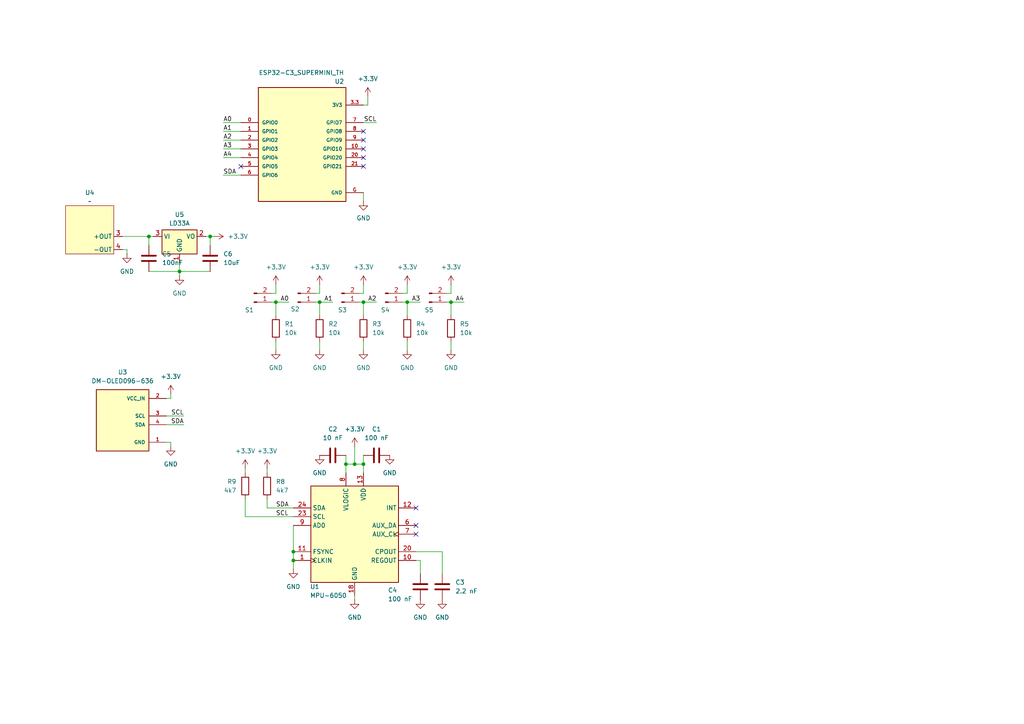
<source format=kicad_sch>
(kicad_sch (version 20250114) (generator "eeschema") (generator_version "9.0")
  (paper "A4")
  (lib_symbols
    (symbol "Connector:Conn_01x02_Pin" (pin_names (offset 1.016) (hide yes))
      (property "Reference" "J" (at 0 2.54 0))
      (property "Value" "Conn_01x02_Pin" (at 0 -5.08 0))
      (symbol "Conn_01x02_Pin_1_1"
        (rectangle (start 0.8636 0.127) (end 0 -0.127) (stroke (width 0.1524)) (fill (type outline)))
        (rectangle (start 0.8636 -2.413) (end 0 -2.667) (stroke (width 0.1524)) (fill (type outline)))
        (polyline (pts (xy 1.27 0) (xy 0.8636 0)) (stroke (width 0.1524)))
        (polyline (pts (xy 1.27 -2.54) (xy 0.8636 -2.54)) (stroke (width 0.1524)))
        (pin passive line (at 5.08 0 180) (length 3.81) (name "Pin_1") (number "1"))
        (pin passive line (at 5.08 -2.54 180) (length 3.81) (name "Pin_2") (number "2"))
      )
    )
    (symbol "DM-OLED096-636:DM-OLED096-636" (pin_names (offset 1.016))
      (property "Reference" "U" (at -7.62 10.922 0))
      (property "Value" "DM-OLED096-636" (at -7.62 -10.16 0))
      (symbol "DM-OLED096-636_0_0"
        (rectangle (start -7.62 -7.62) (end 7.62 10.16) (stroke (width 0.254)) (fill (type background)))
        (pin power_in line (at 12.7 7.62 180) (length 5.08) (name "VCC_IN") (number "2"))
        (pin bidirectional line (at 12.7 0 180) (length 5.08) (name "SDA") (number "4"))
        (pin power_in line (at 12.7 -5.08 180) (length 5.08) (name "GND") (number "1"))
      )
      (symbol "DM-OLED096-636_1_0"
        (pin input line (at 12.7 2.54 180) (length 5.08) (name "SCL") (number "3"))
      )
    )
    (symbol "Device:C" (pin_numbers (hide yes)) (pin_names (offset 0.254))
      (property "Reference" "C" (at 0.635 2.54 0))
      (property "Value" "C" (at 0.635 -2.54 0))
      (symbol "C_0_1"
        (polyline (pts (xy -2.032 0.762) (xy 2.032 0.762)) (stroke (width 0.508)))
        (polyline (pts (xy -2.032 -0.762) (xy 2.032 -0.762)) (stroke (width 0.508)))
      )
      (symbol "C_1_1"
        (pin passive line (at 0 3.81 270) (length 2.794) (name "~") (number "1"))
        (pin passive line (at 0 -3.81 90) (length 2.794) (name "~") (number "2"))
      )
    )
    (symbol "Device:R" (pin_numbers (hide yes)) (pin_names (offset 0))
      (property "Reference" "R" (at 2.032 0 90))
      (property "Value" "R" (at 0 0 90))
      (symbol "R_0_1"
        (rectangle (start -1.016 -2.54) (end 1.016 2.54) (stroke (width 0.254)))
      )
      (symbol "R_1_1"
        (pin passive line (at 0 3.81 270) (length 1.27) (name "~") (number "1"))
        (pin passive line (at 0 -3.81 90) (length 1.27) (name "~") (number "2"))
      )
    )
    (symbol "ESP32-C3_SUPERMINI_TH:ESP32-C3_SUPERMINI_TH" (pin_names (offset 1.016))
      (property "Reference" "U2" (at -1.2701 16.51 90))
      (property "Value" "ESP32-C3_SUPERMINI_TH" (at 1.2699 16.51 90))
      (symbol "ESP32-C3_SUPERMINI_TH_0_0"
        (rectangle (start -12.7 -17.78) (end 12.7 15.24) (stroke (width 0.254)) (fill (type background)))
        (pin bidirectional line (at -17.78 5.08 0) (length 5.08) (name "GPIO0") (number "0"))
        (pin bidirectional line (at -17.78 2.54 0) (length 5.08) (name "GPIO1") (number "1"))
        (pin bidirectional line (at -17.78 0 0) (length 5.08) (name "GPIO2") (number "2"))
        (pin bidirectional line (at -17.78 -2.54 0) (length 5.08) (name "GPIO3") (number "3"))
        (pin bidirectional line (at -17.78 -5.08 0) (length 5.08) (name "GPIO4") (number "4"))
        (pin bidirectional line (at -17.78 -7.62 0) (length 5.08) (name "GPIO5") (number "5"))
        (pin bidirectional line (at -17.78 -10.16 0) (length 5.08) (name "GPIO6") (number "6"))
        (pin power_in line (at 17.78 10.16 180) (length 5.08) (name "3V3") (number "3.3"))
        (pin bidirectional line (at 17.78 5.08 180) (length 5.08) (name "GPIO7") (number "7"))
        (pin bidirectional line (at 17.78 2.54 180) (length 5.08) (name "GPIO8") (number "8"))
        (pin bidirectional line (at 17.78 0 180) (length 5.08) (name "GPIO9") (number "9"))
        (pin bidirectional line (at 17.78 -2.54 180) (length 5.08) (name "GPIO10") (number "10"))
        (pin bidirectional line (at 17.78 -5.08 180) (length 5.08) (name "GPIO20") (number "20"))
        (pin bidirectional line (at 17.78 -7.62 180) (length 5.08) (name "GPIO21") (number "21"))
        (pin power_in line (at 17.78 -15.24 180) (length 5.08) (name "GND") (number "G"))
      )
    )
    (symbol "Regulator_Linear:LD1117S12TR_SOT223"
      (property "Reference" "U" (at -3.81 3.175 0))
      (property "Value" "LD1117S12TR_SOT223" (at 0 3.175 0))
      (symbol "LD1117S12TR_SOT223_0_1"
        (rectangle (start -5.08 -5.08) (end 5.08 1.905) (stroke (width 0.254)) (fill (type background)))
      )
      (symbol "LD1117S12TR_SOT223_1_1"
        (pin power_in line (at -7.62 0 0) (length 2.54) (name "VI") (number "3"))
        (pin power_in line (at 0 -7.62 90) (length 2.54) (name "GND") (number "1"))
        (pin power_out line (at 7.62 0 180) (length 2.54) (name "VO") (number "2"))
      )
    )
    (symbol "Sensor_Motion:MPU-6050"
      (property "Reference" "U" (at -11.43 13.97 0))
      (property "Value" "MPU-6050" (at 7.62 -15.24 0))
      (symbol "MPU-6050_0_0"
        (text "" (at 12.7 -2.54 0) (effects (font (size 1.27 1.27))))
      )
      (symbol "MPU-6050_0_1"
        (rectangle (start -12.7 13.97) (end 12.7 -13.97) (stroke (width 0.254)) (fill (type background)))
      )
      (symbol "MPU-6050_1_1"
        (pin bidirectional line (at -17.78 7.62 0) (length 5.08) (name "SDA") (number "24"))
        (pin input line (at -17.78 5.08 0) (length 5.08) (name "SCL") (number "23"))
        (pin input line (at -17.78 2.54 0) (length 5.08) (name "AD0") (number "9"))
        (pin input line (at -17.78 -5.08 0) (length 5.08) (name "FSYNC") (number "11"))
        (pin input clock (at -17.78 -7.62 0) (length 5.08) (name "CLKIN") (number "1"))
        (pin no_connect line (at -12.7 12.7 0) (length 2.54) (hide yes) (name "NC") (number "2"))
        (pin no_connect line (at -12.7 10.16 0) (length 2.54) (hide yes) (name "NC") (number "3"))
        (pin no_connect line (at -12.7 0 0) (length 2.54) (hide yes) (name "NC") (number "4"))
        (pin no_connect line (at -12.7 -2.54 0) (length 2.54) (hide yes) (name "NC") (number "5"))
        (pin no_connect line (at -12.7 -10.16 0) (length 2.54) (hide yes) (name "NC") (number "14"))
        (pin power_in line (at -2.54 17.78 270) (length 3.81) (name "VLOGIC") (number "8"))
        (pin power_in line (at 0 -17.78 90) (length 3.81) (name "GND") (number "18"))
        (pin power_in line (at 2.54 17.78 270) (length 3.81) (name "VDD") (number "13"))
        (pin no_connect line (at 12.7 12.7 180) (length 2.54) (hide yes) (name "NC") (number "15"))
        (pin no_connect line (at 12.7 10.16 180) (length 2.54) (hide yes) (name "NC") (number "16"))
        (pin no_connect line (at 12.7 5.08 180) (length 2.54) (hide yes) (name "NC") (number "17"))
        (pin no_connect line (at 12.7 -2.54 180) (length 2.54) (hide yes) (name "RESV") (number "21"))
        (pin no_connect line (at 12.7 -10.16 180) (length 2.54) (hide yes) (name "RESV") (number "19"))
        (pin no_connect line (at 12.7 -12.7 180) (length 2.54) (hide yes) (name "RESV") (number "22"))
        (pin output line (at 17.78 7.62 180) (length 5.08) (name "INT") (number "12"))
        (pin bidirectional line (at 17.78 2.54 180) (length 5.08) (name "AUX_DA") (number "6"))
        (pin output clock (at 17.78 0 180) (length 5.08) (name "AUX_CL") (number "7"))
        (pin passive line (at 17.78 -5.08 180) (length 5.08) (name "CPOUT") (number "20"))
        (pin passive line (at 17.78 -7.62 180) (length 5.08) (name "REGOUT") (number "10"))
      )
    )
    (symbol "SimbolosKiCad_sym:TP4056"
      (property "Reference" "U" (at 2.032 -4.826 0))
      (symbol "TP4056_1_1"
        (rectangle (start -5.08 2.54) (end 8.89 -11.43) (fill (type color) (color 255 255 194 1)))
        (pin power_out line (at -7.62 -6.35 0) (length 2.54) (name "+OUT") (number "3"))
        (pin power_out line (at -7.62 -10.16 0) (length 2.54) (name "-OUT") (number "4"))
      )
    )
    (symbol "power:+3.3V" (power) (pin_numbers (hide yes)) (pin_names (offset 0) (hide yes))
      (property "Value" "+3.3V" (at 0 3.556 0))
      (symbol "+3.3V_0_1"
        (polyline (pts (xy -0.762 1.27) (xy 0 2.54)))
        (polyline (pts (xy 0 2.54) (xy 0.762 1.27)))
        (polyline (pts (xy 0 0) (xy 0 2.54)))
      )
      (symbol "+3.3V_1_1"
        (pin power_in line (at 0 0 90) (length 0) (name "~") (number "1"))
      )
    )
    (symbol "power:GND" (power) (pin_numbers (hide yes)) (pin_names (offset 0) (hide yes))
      (property "Value" "GND" (at 0 -3.81 0))
      (symbol "GND_0_1"
        (polyline (pts (xy 0 0) (xy 0 -1.27) (xy 1.27 -1.27) (xy 0 -2.54) (xy -1.27 -1.27) (xy 0 -1.27)))
      )
      (symbol "GND_1_1"
        (pin power_in line (at 0 0 270) (length 0) (name "~") (number "1"))
      )
    )
  )
  (junction (at 85.09 160.02))
  (junction (at 52.07 78.74))
  (junction (at 80.01 87.63))
  (junction (at 118.11 87.63))
  (junction (at 60.96 68.58))
  (junction (at 85.09 162.56))
  (junction (at 100.33 134.62))
  (junction (at 105.41 87.63))
  (junction (at 102.87 134.62))
  (junction (at 92.71 87.63))
  (junction (at 43.18 68.58))
  (junction (at 105.41 134.62))
  (junction (at 130.81 87.63))
  (no_connect (at 105.41 48.26))
  (no_connect (at 105.41 43.18))
  (no_connect (at 120.65 147.32))
  (no_connect (at 120.65 154.94))
  (no_connect (at 105.41 45.72))
  (no_connect (at 105.41 40.64))
  (no_connect (at 120.65 152.4))
  (no_connect (at 105.41 38.1))
  (no_connect (at 69.85 48.26))
  (wire (pts (xy 102.87 134.62) (xy 105.41 134.62)))
  (wire (pts (xy 71.12 135.89) (xy 71.12 137.16)))
  (wire (pts (xy 77.47 147.32) (xy 85.09 147.32)))
  (wire (pts (xy 102.87 129.54) (xy 102.87 134.62)))
  (wire (pts (xy 85.09 160.02) (xy 85.09 162.56)))
  (wire (pts (xy 120.65 160.02) (xy 128.27 160.02)))
  (wire (pts (xy 44.45 68.58) (xy 43.18 68.58)))
  (wire (pts (xy 118.11 87.63) (xy 116.84 87.63)))
  (wire (pts (xy 105.41 87.63) (xy 105.41 91.44)))
  (wire (pts (xy 105.41 58.42) (xy 105.41 55.88)))
  (wire (pts (xy 43.18 68.58) (xy 43.18 71.12)))
  (wire (pts (xy 77.47 144.78) (xy 77.47 147.32)))
  (wire (pts (xy 118.11 85.09) (xy 118.11 82.55)))
  (wire (pts (xy 121.92 162.56) (xy 121.92 166.37)))
  (wire (pts (xy 52.07 76.2) (xy 52.07 78.74)))
  (wire (pts (xy 91.44 87.63) (xy 92.71 87.63)))
  (wire (pts (xy 130.81 87.63) (xy 130.81 91.44)))
  (wire (pts (xy 64.77 50.8) (xy 69.85 50.8)))
  (wire (pts (xy 62.23 68.58) (xy 60.96 68.58)))
  (wire (pts (xy 80.01 87.63) (xy 83.82 87.63)))
  (wire (pts (xy 64.77 43.18) (xy 69.85 43.18)))
  (wire (pts (xy 64.77 45.72) (xy 69.85 45.72)))
  (wire (pts (xy 64.77 35.56) (xy 69.85 35.56)))
  (wire (pts (xy 49.53 114.3) (xy 49.53 115.57)))
  (wire (pts (xy 130.81 87.63) (xy 134.62 87.63)))
  (wire (pts (xy 64.77 40.64) (xy 69.85 40.64)))
  (wire (pts (xy 120.65 162.56) (xy 121.92 162.56)))
  (wire (pts (xy 64.77 38.1) (xy 69.85 38.1)))
  (wire (pts (xy 118.11 99.06) (xy 118.11 101.6)))
  (wire (pts (xy 92.71 87.63) (xy 92.71 91.44)))
  (wire (pts (xy 105.41 134.62) (xy 105.41 137.16)))
  (wire (pts (xy 35.56 68.58) (xy 43.18 68.58)))
  (wire (pts (xy 52.07 78.74) (xy 60.96 78.74)))
  (wire (pts (xy 60.96 68.58) (xy 60.96 71.12)))
  (wire (pts (xy 52.07 78.74) (xy 52.07 80.01)))
  (wire (pts (xy 129.54 87.63) (xy 130.81 87.63)))
  (wire (pts (xy 71.12 149.86) (xy 85.09 149.86)))
  (wire (pts (xy 105.41 85.09) (xy 105.41 82.55)))
  (wire (pts (xy 105.41 35.56) (xy 109.22 35.56)))
  (wire (pts (xy 48.26 128.27) (xy 49.53 128.27)))
  (wire (pts (xy 80.01 85.09) (xy 78.74 85.09)))
  (wire (pts (xy 49.53 128.27) (xy 49.53 129.54)))
  (wire (pts (xy 100.33 134.62) (xy 102.87 134.62)))
  (wire (pts (xy 105.41 30.48) (xy 106.68 30.48)))
  (wire (pts (xy 118.11 91.44) (xy 118.11 87.63)))
  (wire (pts (xy 91.44 85.09) (xy 92.71 85.09)))
  (wire (pts (xy 80.01 82.55) (xy 80.01 85.09)))
  (wire (pts (xy 116.84 85.09) (xy 118.11 85.09)))
  (wire (pts (xy 128.27 166.37) (xy 128.27 160.02)))
  (wire (pts (xy 106.68 27.94) (xy 106.68 30.48)))
  (wire (pts (xy 92.71 99.06) (xy 92.71 101.6)))
  (wire (pts (xy 71.12 144.78) (xy 71.12 149.86)))
  (wire (pts (xy 104.14 87.63) (xy 105.41 87.63)))
  (wire (pts (xy 104.14 85.09) (xy 105.41 85.09)))
  (wire (pts (xy 85.09 152.4) (xy 85.09 160.02)))
  (wire (pts (xy 92.71 87.63) (xy 96.52 87.63)))
  (wire (pts (xy 49.53 115.57) (xy 48.26 115.57)))
  (wire (pts (xy 36.83 73.66) (xy 36.83 72.39)))
  (wire (pts (xy 105.41 99.06) (xy 105.41 101.6)))
  (wire (pts (xy 130.81 85.09) (xy 130.81 82.55)))
  (wire (pts (xy 102.87 172.72) (xy 102.87 173.99)))
  (wire (pts (xy 43.18 78.74) (xy 52.07 78.74)))
  (wire (pts (xy 100.33 134.62) (xy 100.33 137.16)))
  (wire (pts (xy 105.41 132.08) (xy 105.41 134.62)))
  (wire (pts (xy 92.71 85.09) (xy 92.71 82.55)))
  (wire (pts (xy 129.54 85.09) (xy 130.81 85.09)))
  (wire (pts (xy 80.01 99.06) (xy 80.01 101.6)))
  (wire (pts (xy 48.26 123.19) (xy 53.34 123.19)))
  (wire (pts (xy 48.26 120.65) (xy 53.34 120.65)))
  (wire (pts (xy 100.33 132.08) (xy 100.33 134.62)))
  (wire (pts (xy 60.96 68.58) (xy 59.69 68.58)))
  (wire (pts (xy 80.01 87.63) (xy 80.01 91.44)))
  (wire (pts (xy 130.81 99.06) (xy 130.81 101.6)))
  (wire (pts (xy 105.41 87.63) (xy 109.22 87.63)))
  (wire (pts (xy 118.11 87.63) (xy 121.92 87.63)))
  (wire (pts (xy 85.09 165.1) (xy 85.09 162.56)))
  (wire (pts (xy 77.47 135.89) (xy 77.47 137.16)))
  (wire (pts (xy 78.74 87.63) (xy 80.01 87.63)))
  (wire (pts (xy 36.83 72.39) (xy 35.56 72.39)))
  (label "A2" (at 109.22 87.63 180))
  (label "SCL" (at 109.22 35.56 180))
  (label "SCL" (at 80.01 149.86 0))
  (label "A3" (at 121.92 87.63 180))
  (label "A3" (at 64.77 43.18 0))
  (label "SDA" (at 80.01 147.32 0))
  (label "SDA" (at 64.77 50.8 0))
  (label "A1" (at 96.52 87.63 180))
  (label "A0" (at 83.82 87.63 180))
  (label "A4" (at 134.62 87.63 180))
  (label "A0" (at 64.77 35.56 0))
  (label "A1" (at 64.77 38.1 0))
  (label "SDA" (at 53.34 123.19 180))
  (label "A4" (at 64.77 45.72 0))
  (label "A2" (at 64.77 40.64 0))
  (label "SCL" (at 53.34 120.65 180))
  (symbol (lib_id "Device:C") (at 128.27 170.18 0) (unit 1)
    (property "Reference" "C3" (at 132.08 168.9099 0) (effects (justify left)))
    (property "Value" "2.2 nF" (at 132.08 171.4499 0) (effects (justify left)))
    (property "Footprint" "Capacitor_SMD:C_0805_2012Metric" (effects (hide yes)))
    (property "Description" "Unpolarized capacitor" (effects (hide yes)))
  )
  (symbol (lib_id "power:GND") (at 102.87 173.99 0) (unit 1)
    (property "Reference" "#PWR05" (effects (hide yes)))
    (property "Value" "GND" (at 102.87 179.07 0))
    (property "Description" "Power symbol creates a global label with name \"GND\" , ground" (effects (hide yes)))
  )
  (symbol (lib_id "Device:R") (at 130.81 95.25 0) (unit 1)
    (property "Reference" "R5" (at 133.35 93.9799 0) (effects (justify left)))
    (property "Value" "10k" (at 133.35 96.5199 0) (effects (justify left)))
    (property "Footprint" "Resistor_SMD:R_0805_2012Metric" (effects (hide yes)))
    (property "Description" "Resistor" (effects (hide yes)))
  )
  (symbol (lib_id "power:GND") (at 105.41 101.6 0) (unit 1)
    (property "Reference" "#PWR024" (effects (hide yes)))
    (property "Value" "GND" (at 105.41 106.68 0))
    (property "Description" "Power symbol creates a global label with name \"GND\" , ground" (effects (hide yes)))
  )
  (symbol (lib_id "power:GND") (at 121.92 173.99 0) (unit 1)
    (property "Reference" "#PWR010" (effects (hide yes)))
    (property "Value" "GND" (at 121.92 179.07 0))
    (property "Description" "Power symbol creates a global label with name \"GND\" , ground" (effects (hide yes)))
  )
  (symbol (lib_id "Device:R") (at 92.71 95.25 0) (unit 1)
    (property "Reference" "R2" (at 95.25 93.9799 0) (effects (justify left)))
    (property "Value" "10k" (at 95.25 96.5199 0) (effects (justify left)))
    (property "Footprint" "Resistor_SMD:R_0805_2012Metric" (effects (hide yes)))
    (property "Description" "Resistor" (effects (hide yes)))
  )
  (symbol (lib_id "Device:R") (at 105.41 95.25 0) (unit 1)
    (property "Reference" "R3" (at 107.95 93.9799 0) (effects (justify left)))
    (property "Value" "10k" (at 107.95 96.5199 0) (effects (justify left)))
    (property "Footprint" "Resistor_SMD:R_0805_2012Metric" (effects (hide yes)))
    (property "Description" "Resistor" (effects (hide yes)))
  )
  (symbol (lib_id "power:+3.3V") (at 102.87 129.54 0) (unit 1)
    (property "Reference" "#PWR014" (effects (hide yes)))
    (property "Value" "+3.3V" (at 102.87 124.46 0))
    (property "Description" "Power symbol creates a global label with name \"+3.3V\"" (effects (hide yes)))
  )
  (symbol (lib_id "Device:R") (at 71.12 140.97 0) (mirror x) (unit 1)
    (property "Reference" "R9" (at 68.58 139.6999 0) (effects (justify right)))
    (property "Value" "4k7" (at 68.58 142.2399 0) (effects (justify right)))
    (property "Footprint" "Resistor_SMD:R_0805_2012Metric" (effects (hide yes)))
    (property "Description" "Resistor" (effects (hide yes)))
  )
  (symbol (lib_id "power:GND") (at 92.71 132.08 0) (unit 1)
    (property "Reference" "#PWR06" (effects (hide yes)))
    (property "Value" "GND" (at 92.71 137.16 0))
    (property "Description" "Power symbol creates a global label with name \"GND\" , ground" (effects (hide yes)))
  )
  (symbol (lib_id "power:GND") (at 92.71 101.6 0) (unit 1)
    (property "Reference" "#PWR023" (effects (hide yes)))
    (property "Value" "GND" (at 92.71 106.68 0))
    (property "Description" "Power symbol creates a global label with name \"GND\" , ground" (effects (hide yes)))
  )
  (symbol (lib_id "Device:C") (at 121.92 170.18 0) (unit 1)
    (property "Reference" "C4" (at 112.522 171.196 0) (effects (justify left)))
    (property "Value" "100 nF" (at 112.522 173.736 0) (effects (justify left)))
    (property "Footprint" "Capacitor_SMD:C_0805_2012Metric" (effects (hide yes)))
    (property "Description" "Unpolarized capacitor" (effects (hide yes)))
  )
  (symbol (lib_id "Device:R") (at 118.11 95.25 0) (unit 1)
    (property "Reference" "R4" (at 120.65 93.9799 0) (effects (justify left)))
    (property "Value" "10k" (at 120.65 96.5199 0) (effects (justify left)))
    (property "Footprint" "Resistor_SMD:R_0805_2012Metric" (effects (hide yes)))
    (property "Description" "Resistor" (effects (hide yes)))
  )
  (symbol (lib_id "Connector:Conn_01x02_Pin") (at 124.46 87.63 0) (mirror x) (unit 1)
    (property "Reference" "S5" (at 124.46 89.916 0))
    (property "Value" "SF 5" (effects (hide yes)))
    (property "Footprint" "Connector_PinHeader_2.54mm:PinHeader_1x02_P2.54mm_Vertical" (effects (hide yes)))
    (property "Description" "Generic connector, single row, 01x02, script generated" (effects (hide yes)))
  )
  (symbol (lib_id "power:GND") (at 36.83 73.66 0) (mirror y) (unit 1)
    (property "Reference" "#PWR011" (effects (hide yes)))
    (property "Value" "GND" (at 36.83 78.74 0))
    (property "Description" "Power symbol creates a global label with name \"GND\" , ground" (effects (hide yes)))
  )
  (symbol (lib_id "DM-OLED096-636:DM-OLED096-636") (at 35.56 123.19 0) (unit 1)
    (property "Reference" "U3" (at 35.56 107.95 0))
    (property "Value" "DM-OLED096-636" (at 35.56 110.49 0))
    (property "Footprint" "Connector_PinHeader_2.54mm:PinHeader_1x04_P2.54mm_Vertical" (effects (hide yes)))
    (property "MF" "Display Module" (effects (hide yes)))
    (property "MAXIMUM_PACKAGE_HEIGHT" "11.3 mm" (effects (hide yes)))
    (property "Package" "Package" (effects (hide yes)))
    (property "Price" "None" (effects (hide yes)))
    (property "Check_prices" "https://www.snapeda.com/parts/DM-OLED096-636/Display+Module/view-part/?ref=eda" (effects (hide yes)))
    (property "STANDARD" "Manufacturer Recommendations" (effects (hide yes)))
    (property "PARTREV" "2018-09-10" (effects (hide yes)))
    (property "SnapEDA_Link" "https://www.snapeda.com/parts/DM-OLED096-636/Display+Module/view-part/?ref=snap" (effects (hide yes)))
    (property "MP" "DM-OLED096-636" (effects (hide yes)))
    (property "Description_1" "0.96” 128 X 64 MONOCHROME GRAPHIC OLED DISPLAY MODULE - I2C" (effects (hide yes)))
    (property "Availability" "Not in stock" (effects (hide yes)))
    (property "MANUFACTURER" "Displaymodule" (effects (hide yes)))
  )
  (symbol (lib_id "power:GND") (at 52.07 80.01 0) (mirror y) (unit 1)
    (property "Reference" "#PWR017" (effects (hide yes)))
    (property "Value" "GND" (at 52.07 85.09 0))
    (property "Description" "Power symbol creates a global label with name \"GND\" , ground" (effects (hide yes)))
  )
  (symbol (lib_id "power:+3.3V") (at 80.01 82.55 0) (unit 1)
    (property "Reference" "#PWR04" (effects (hide yes)))
    (property "Value" "+3.3V" (at 80.01 77.47 0))
    (property "Description" "Power symbol creates a global label with name \"+3.3V\"" (effects (hide yes)))
  )
  (symbol (lib_id "power:GND") (at 49.53 129.54 0) (unit 1)
    (property "Reference" "#PWR08" (effects (hide yes)))
    (property "Value" "GND" (at 49.53 134.62 0))
    (property "Description" "Power symbol creates a global label with name \"GND\" , ground" (effects (hide yes)))
  )
  (symbol (lib_id "Connector:Conn_01x02_Pin") (at 73.66 87.63 0) (mirror x) (unit 1)
    (property "Reference" "S1" (at 73.66 89.916 0) (effects (justify right)))
    (property "Value" "SF 1" (effects (hide yes)))
    (property "Footprint" "Connector_PinHeader_2.54mm:PinHeader_1x02_P2.54mm_Vertical" (effects (hide yes)))
    (property "Description" "Generic connector, single row, 01x02, script generated" (effects (hide yes)))
  )
  (symbol (lib_id "ESP32-C3_SUPERMINI_TH:ESP32-C3_SUPERMINI_TH") (at 87.63 40.64 0) (unit 1)
    (property "Reference" "U2" (at 99.822 23.622 0) (effects (justify right)))
    (property "Value" "ESP32-C3_SUPERMINI_TH" (at 99.822 21.082 0) (effects (justify right)))
    (property "Footprint" "esp32-huella:MODULE_ESP32-C3_SUPERMINI_TH" (effects (hide yes)))
    (property "MF" "Espressif Systems" (effects (hide yes)))
    (property "Description_1" "\\n                        \\n                            Super tiny ESP32-C3 board\\n                        \\n" (effects (hide yes)))
    (property "CREATOR" "DIZAR" (effects (hide yes)))
    (property "Price" "None" (effects (hide yes)))
    (property "Package" "Package" (effects (hide yes)))
    (property "Check_prices" "https://www.snapeda.com/parts/ESP32-C3%20SuperMini_TH/Espressif+Systems/view-part/?ref=eda" (effects (hide yes)))
    (property "STANDARD" "IPC-7351B" (effects (hide yes)))
    (property "SnapEDA_Link" "https://www.snapeda.com/parts/ESP32-C3%20SuperMini_TH/Espressif+Systems/view-part/?ref=snap" (effects (hide yes)))
    (property "MP" "ESP32-C3 SuperMini_TH" (effects (hide yes)))
    (property "Availability" "Not in stock" (effects (hide yes)))
    (property "MANUFACTURER" "Espressif Systems" (effects (hide yes)))
  )
  (symbol (lib_id "power:+3.3V") (at 62.23 68.58 270) (unit 1)
    (property "Reference" "#PWR018" (effects (hide yes)))
    (property "Value" "+3.3V" (at 66.04 68.5799 90) (effects (justify left)))
    (property "Description" "Power symbol creates a global label with name \"+3.3V\"" (effects (hide yes)))
  )
  (symbol (lib_id "Regulator_Linear:LD1117S12TR_SOT223") (at 52.07 68.58 0) (unit 1)
    (property "Reference" "U5" (at 52.07 62.23 0))
    (property "Value" "LD33A" (at 52.07 64.77 0))
    (property "Footprint" "Package_TO_SOT_SMD:SOT-223-3_TabPin2" (effects (hide yes)))
    (property "Datasheet" "http://www.st.com/st-web-ui/static/active/en/resource/technical/document/datasheet/CD00000544.pdf" (effects (hide yes)))
    (property "Description" "800mA Fixed Low Drop Positive Voltage Regulator, Fixed Output 1.2V, SOT-223" (effects (hide yes)))
  )
  (symbol (lib_id "power:GND") (at 80.01 101.6 0) (unit 1)
    (property "Reference" "#PWR012" (effects (hide yes)))
    (property "Value" "GND" (at 80.01 106.68 0))
    (property "Description" "Power symbol creates a global label with name \"GND\" , ground" (effects (hide yes)))
  )
  (symbol (lib_id "power:GND") (at 128.27 173.99 0) (unit 1)
    (property "Reference" "#PWR02" (effects (hide yes)))
    (property "Value" "GND" (at 128.27 179.07 0))
    (property "Description" "Power symbol creates a global label with name \"GND\" , ground" (effects (hide yes)))
  )
  (symbol (lib_id "Connector:Conn_01x02_Pin") (at 86.36 87.63 0) (mirror x) (unit 1)
    (property "Reference" "S2" (at 85.598 89.662 0))
    (property "Value" "SF 2" (effects (hide yes)))
    (property "Footprint" "Connector_PinHeader_2.54mm:PinHeader_1x02_P2.54mm_Vertical" (effects (hide yes)))
    (property "Description" "Generic connector, single row, 01x02, script generated" (effects (hide yes)))
  )
  (symbol (lib_id "power:+3.3V") (at 106.68 27.94 0) (unit 1)
    (property "Reference" "#PWR01" (effects (hide yes)))
    (property "Value" "+3.3V" (at 106.68 22.86 0))
    (property "Description" "Power symbol creates a global label with name \"+3.3V\"" (effects (hide yes)))
  )
  (symbol (lib_id "SimbolosKiCad_sym:TP4056") (at 27.94 62.23 0) (mirror y) (unit 1)
    (property "Reference" "U4" (at 26.035 55.88 0))
    (property "Value" "~" (at 26.035 58.42 0))
    (property "Footprint" "Footprint KiCad:TP4056_NEW" (effects (hide yes)))
  )
  (symbol (lib_id "power:GND") (at 85.09 165.1 0) (unit 1)
    (property "Reference" "#PWR013" (effects (hide yes)))
    (property "Value" "GND" (at 85.09 170.18 0))
    (property "Description" "Power symbol creates a global label with name \"GND\" , ground" (effects (hide yes)))
  )
  (symbol (lib_id "Device:C") (at 60.96 74.93 0) (unit 1)
    (property "Reference" "C6" (at 64.77 73.6599 0) (effects (justify left)))
    (property "Value" "10uF" (at 64.77 76.1999 0) (effects (justify left)))
    (property "Footprint" "Capacitor_SMD:C_0805_2012Metric" (effects (hide yes)))
    (property "Description" "Unpolarized capacitor" (effects (hide yes)))
  )
  (symbol (lib_id "power:+3.3V") (at 49.53 114.3 0) (unit 1)
    (property "Reference" "#PWR019" (effects (hide yes)))
    (property "Value" "+3.3V" (at 49.53 109.22 0))
    (property "Description" "Power symbol creates a global label with name \"+3.3V\"" (effects (hide yes)))
  )
  (symbol (lib_id "Device:C") (at 109.22 132.08 90) (unit 1)
    (property "Reference" "C1" (at 109.22 124.46 90))
    (property "Value" "100 nF" (at 109.22 127 90))
    (property "Footprint" "Capacitor_SMD:C_0805_2012Metric" (effects (hide yes)))
    (property "Description" "Unpolarized capacitor" (effects (hide yes)))
  )
  (symbol (lib_id "power:+3.3V") (at 118.11 82.55 0) (unit 1)
    (property "Reference" "#PWR021" (effects (hide yes)))
    (property "Value" "+3.3V" (at 118.11 77.47 0))
    (property "Description" "Power symbol creates a global label with name \"+3.3V\"" (effects (hide yes)))
  )
  (symbol (lib_id "Device:R") (at 77.47 140.97 180) (unit 1)
    (property "Reference" "R8" (at 80.01 139.6999 0) (effects (justify right)))
    (property "Value" "4k7" (at 80.01 142.2399 0) (effects (justify right)))
    (property "Footprint" "Resistor_SMD:R_0805_2012Metric" (effects (hide yes)))
    (property "Description" "Resistor" (effects (hide yes)))
  )
  (symbol (lib_id "Connector:Conn_01x02_Pin") (at 99.06 87.63 0) (mirror x) (unit 1)
    (property "Reference" "S3" (at 99.314 89.916 0))
    (property "Value" "SF 3" (effects (hide yes)))
    (property "Footprint" "Connector_PinHeader_2.54mm:PinHeader_1x02_P2.54mm_Vertical" (effects (hide yes)))
    (property "Description" "Generic connector, single row, 01x02, script generated" (effects (hide yes)))
  )
  (symbol (lib_id "power:+3.3V") (at 71.12 135.89 0) (unit 1)
    (property "Reference" "#PWR015" (effects (hide yes)))
    (property "Value" "+3.3V" (at 71.12 130.81 0))
    (property "Description" "Power symbol creates a global label with name \"+3.3V\"" (effects (hide yes)))
  )
  (symbol (lib_id "power:GND") (at 113.03 132.08 0) (unit 1)
    (property "Reference" "#PWR07" (effects (hide yes)))
    (property "Value" "GND" (at 113.03 137.16 0))
    (property "Description" "Power symbol creates a global label with name \"GND\" , ground" (effects (hide yes)))
  )
  (symbol (lib_id "power:+3.3V") (at 105.41 82.55 0) (unit 1)
    (property "Reference" "#PWR020" (effects (hide yes)))
    (property "Value" "+3.3V" (at 105.41 77.47 0))
    (property "Description" "Power symbol creates a global label with name \"+3.3V\"" (effects (hide yes)))
  )
  (symbol (lib_id "power:GND") (at 118.11 101.6 0) (unit 1)
    (property "Reference" "#PWR025" (effects (hide yes)))
    (property "Value" "GND" (at 118.11 106.68 0))
    (property "Description" "Power symbol creates a global label with name \"GND\" , ground" (effects (hide yes)))
  )
  (symbol (lib_id "power:GND") (at 105.41 58.42 0) (unit 1)
    (property "Reference" "#PWR03" (effects (hide yes)))
    (property "Value" "GND" (at 103.378 63.246 0) (effects (justify left)))
    (property "Description" "Power symbol creates a global label with name \"GND\" , ground" (effects (hide yes)))
  )
  (symbol (lib_id "Connector:Conn_01x02_Pin") (at 111.76 87.63 0) (mirror x) (unit 1)
    (property "Reference" "S4" (at 111.76 89.916 0))
    (property "Value" "SF 4" (effects (hide yes)))
    (property "Footprint" "Connector_PinHeader_2.54mm:PinHeader_1x02_P2.54mm_Vertical" (effects (hide yes)))
    (property "Description" "Generic connector, single row, 01x02, script generated" (effects (hide yes)))
  )
  (symbol (lib_id "Device:C") (at 43.18 74.93 0) (unit 1)
    (property "Reference" "C5" (at 46.99 73.6599 0) (effects (justify left)))
    (property "Value" "100nF" (at 46.99 76.1999 0) (effects (justify left)))
    (property "Footprint" "Capacitor_SMD:C_0805_2012Metric" (effects (hide yes)))
    (property "Description" "Unpolarized capacitor" (effects (hide yes)))
  )
  (symbol (lib_id "power:+3.3V") (at 77.47 135.89 0) (unit 1)
    (property "Reference" "#PWR016" (effects (hide yes)))
    (property "Value" "+3.3V" (at 77.47 130.81 0))
    (property "Description" "Power symbol creates a global label with name \"+3.3V\"" (effects (hide yes)))
  )
  (symbol (lib_id "Device:R") (at 80.01 95.25 0) (unit 1)
    (property "Reference" "R1" (at 82.55 93.9799 0) (effects (justify left)))
    (property "Value" "10k" (at 82.55 96.5199 0) (effects (justify left)))
    (property "Footprint" "Resistor_SMD:R_0805_2012Metric" (effects (hide yes)))
    (property "Description" "Resistor" (effects (hide yes)))
  )
  (symbol (lib_id "Sensor_Motion:MPU-6050") (at 102.87 154.94 0) (unit 1)
    (property "Reference" "U1" (at 89.916 170.18 0) (effects (justify left)))
    (property "Value" "MPU-6050" (at 89.916 172.72 0) (effects (justify left)))
    (property "Footprint" "Sensor_Motion:InvenSense_QFN-24_4x4mm_P0.5mm" (effects (hide yes)))
    (property "Datasheet" "https://invensense.tdk.com/wp-content/uploads/2015/02/MPU-6000-Datasheet1.pdf" (effects (hide yes)))
    (property "Description" "InvenSense 6-Axis Motion Sensor, Gyroscope, Accelerometer, I2C" (effects (hide yes)))
  )
  (symbol (lib_id "Device:C") (at 96.52 132.08 90) (unit 1)
    (property "Reference" "C2" (at 96.52 124.46 90))
    (property "Value" "10 nF" (at 96.52 127 90))
    (property "Footprint" "Capacitor_SMD:C_0805_2012Metric" (effects (hide yes)))
    (property "Description" "Unpolarized capacitor" (effects (hide yes)))
  )
  (symbol (lib_id "power:GND") (at 130.81 101.6 0) (unit 1)
    (property "Reference" "#PWR026" (effects (hide yes)))
    (property "Value" "GND" (at 130.81 106.68 0))
    (property "Description" "Power symbol creates a global label with name \"GND\" , ground" (effects (hide yes)))
  )
  (symbol (lib_id "power:+3.3V") (at 130.81 82.55 0) (unit 1)
    (property "Reference" "#PWR022" (effects (hide yes)))
    (property "Value" "+3.3V" (at 130.81 77.47 0))
    (property "Description" "Power symbol creates a global label with name \"+3.3V\"" (effects (hide yes)))
  )
  (symbol (lib_id "power:+3.3V") (at 92.71 82.55 0) (unit 1)
    (property "Reference" "#PWR09" (effects (hide yes)))
    (property "Value" "+3.3V" (at 92.71 77.47 0))
    (property "Description" "Power symbol creates a global label with name \"+3.3V\"" (effects (hide yes)))
  )
)
</source>
